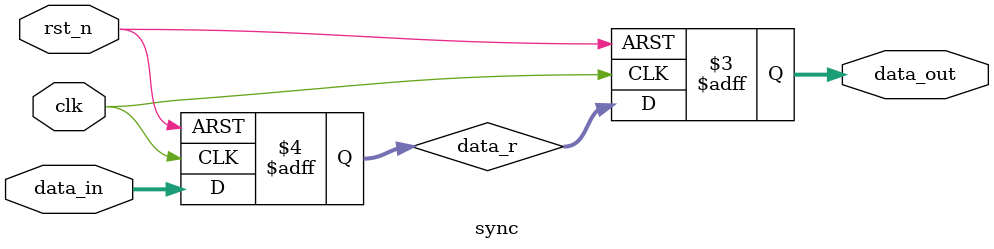
<source format=v>
module sync #(
    parameter addr_size = 3
) (
    input clk,
    input rst_n,
    input [addr_size:0] data_in,
    output reg [addr_size:0] data_out
);

    reg [addr_size:0] data_r;

    always @(posedge clk or negedge rst_n) begin
        if(!rst_n) begin
            data_r <= {addr_size{1'b0}};
            data_out <= {addr_size{1'b0}};
        end
        else begin
            data_r <= data_in;
            data_out <= data_r;
        end
    end

endmodule
</source>
